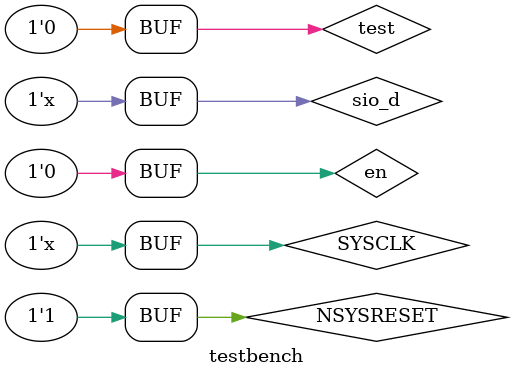
<source format=v>

`timescale 1ns/100ps

module testbench;

parameter SYSCLK_PERIOD = 100;// 10MHZ

reg SYSCLK;
reg NSYSRESET;

initial
begin
    SYSCLK = 1'b0;
    NSYSRESET = 1'b0;
end

initial
begin
    #(SYSCLK_PERIOD * 10 )
        NSYSRESET = 1'b1;
end

always @(SYSCLK)
    #(SYSCLK_PERIOD / 2.0) SYSCLK <= !SYSCLK;

    
wire sio_c;
wire led1;
wire led2;
wire xclk;
wire sio_d;

reg en;
reg test;

sccb_design sccb_design_0 (
    .DEVRST_N(NSYSRESET),
    .sio_c(sio_c),
    .led1(led1),
    .led2(led2),
    .xclk(xclk),
    .sio_d(sio_d)
);

assign sio_d = (en)? test : 1'bz;

initial begin
    en = 0;
    #554470;
    en = 1;
    test = 0;
    #10000; test = 1;
    #10000; test = 1;
    #10000; test = 1;
    #10000; test = 0;
    #10000; test = 1;
    #10000; test = 1;
    #10000; test = 0;
    #12000; en = 0;
end

endmodule


</source>
